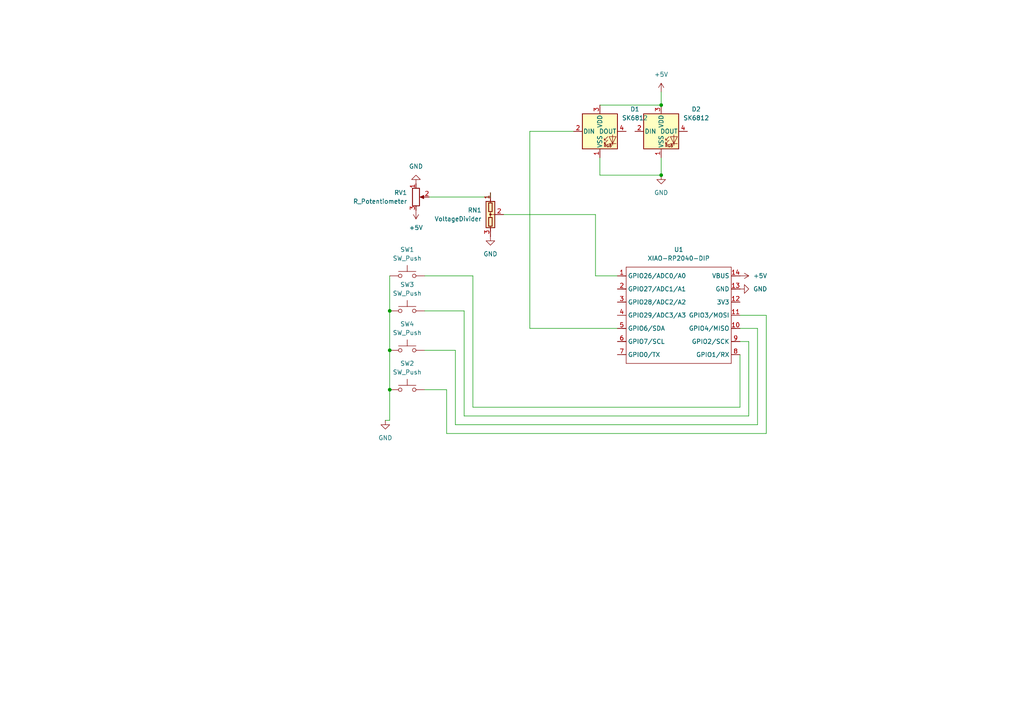
<source format=kicad_sch>
(kicad_sch
	(version 20250114)
	(generator "eeschema")
	(generator_version "9.0")
	(uuid "123f1300-b2f5-4174-9bb1-1b04623752ee")
	(paper "A4")
	(lib_symbols
		(symbol "Device:R_Potentiometer"
			(pin_names
				(offset 1.016)
				(hide yes)
			)
			(exclude_from_sim no)
			(in_bom yes)
			(on_board yes)
			(property "Reference" "RV"
				(at -4.445 0 90)
				(effects
					(font
						(size 1.27 1.27)
					)
				)
			)
			(property "Value" "R_Potentiometer"
				(at -2.54 0 90)
				(effects
					(font
						(size 1.27 1.27)
					)
				)
			)
			(property "Footprint" ""
				(at 0 0 0)
				(effects
					(font
						(size 1.27 1.27)
					)
					(hide yes)
				)
			)
			(property "Datasheet" "~"
				(at 0 0 0)
				(effects
					(font
						(size 1.27 1.27)
					)
					(hide yes)
				)
			)
			(property "Description" "Potentiometer"
				(at 0 0 0)
				(effects
					(font
						(size 1.27 1.27)
					)
					(hide yes)
				)
			)
			(property "ki_keywords" "resistor variable"
				(at 0 0 0)
				(effects
					(font
						(size 1.27 1.27)
					)
					(hide yes)
				)
			)
			(property "ki_fp_filters" "Potentiometer*"
				(at 0 0 0)
				(effects
					(font
						(size 1.27 1.27)
					)
					(hide yes)
				)
			)
			(symbol "R_Potentiometer_0_1"
				(rectangle
					(start 1.016 2.54)
					(end -1.016 -2.54)
					(stroke
						(width 0.254)
						(type default)
					)
					(fill
						(type none)
					)
				)
				(polyline
					(pts
						(xy 1.143 0) (xy 2.286 0.508) (xy 2.286 -0.508) (xy 1.143 0)
					)
					(stroke
						(width 0)
						(type default)
					)
					(fill
						(type outline)
					)
				)
				(polyline
					(pts
						(xy 2.54 0) (xy 1.524 0)
					)
					(stroke
						(width 0)
						(type default)
					)
					(fill
						(type none)
					)
				)
			)
			(symbol "R_Potentiometer_1_1"
				(pin passive line
					(at 0 3.81 270)
					(length 1.27)
					(name "1"
						(effects
							(font
								(size 1.27 1.27)
							)
						)
					)
					(number "1"
						(effects
							(font
								(size 1.27 1.27)
							)
						)
					)
				)
				(pin passive line
					(at 0 -3.81 90)
					(length 1.27)
					(name "3"
						(effects
							(font
								(size 1.27 1.27)
							)
						)
					)
					(number "3"
						(effects
							(font
								(size 1.27 1.27)
							)
						)
					)
				)
				(pin passive line
					(at 3.81 0 180)
					(length 1.27)
					(name "2"
						(effects
							(font
								(size 1.27 1.27)
							)
						)
					)
					(number "2"
						(effects
							(font
								(size 1.27 1.27)
							)
						)
					)
				)
			)
			(embedded_fonts no)
		)
		(symbol "Device:VoltageDivider"
			(pin_names
				(offset 0)
				(hide yes)
			)
			(exclude_from_sim no)
			(in_bom yes)
			(on_board yes)
			(property "Reference" "RN"
				(at -4.445 0 90)
				(effects
					(font
						(size 1.27 1.27)
					)
				)
			)
			(property "Value" "VoltageDivider"
				(at -2.54 0 90)
				(effects
					(font
						(size 1.27 1.27)
					)
				)
			)
			(property "Footprint" ""
				(at 12.065 0 90)
				(effects
					(font
						(size 1.27 1.27)
					)
					(hide yes)
				)
			)
			(property "Datasheet" "~"
				(at 5.08 0 0)
				(effects
					(font
						(size 1.27 1.27)
					)
					(hide yes)
				)
			)
			(property "Description" "Voltage divider"
				(at 0 0 0)
				(effects
					(font
						(size 1.27 1.27)
					)
					(hide yes)
				)
			)
			(property "ki_keywords" "R network voltage divider"
				(at 0 0 0)
				(effects
					(font
						(size 1.27 1.27)
					)
					(hide yes)
				)
			)
			(property "ki_fp_filters" "R?Array?SIP* SOT?23"
				(at 0 0 0)
				(effects
					(font
						(size 1.27 1.27)
					)
					(hide yes)
				)
			)
			(symbol "VoltageDivider_0_1"
				(rectangle
					(start -1.27 -3.81)
					(end 1.27 3.81)
					(stroke
						(width 0.254)
						(type default)
					)
					(fill
						(type background)
					)
				)
				(rectangle
					(start -0.508 3.3782)
					(end 0.508 0.8382)
					(stroke
						(width 0.254)
						(type default)
					)
					(fill
						(type none)
					)
				)
				(rectangle
					(start -0.508 -3.3782)
					(end 0.508 -0.8382)
					(stroke
						(width 0.254)
						(type default)
					)
					(fill
						(type none)
					)
				)
				(polyline
					(pts
						(xy 0 5.08) (xy 0 3.3782)
					)
					(stroke
						(width 0)
						(type default)
					)
					(fill
						(type none)
					)
				)
				(polyline
					(pts
						(xy 0 0.889) (xy 0 -0.889)
					)
					(stroke
						(width 0)
						(type default)
					)
					(fill
						(type none)
					)
				)
				(circle
					(center 0 0.0254)
					(radius 0.254)
					(stroke
						(width 0)
						(type default)
					)
					(fill
						(type outline)
					)
				)
				(polyline
					(pts
						(xy 0 -5.08) (xy 0 -3.429)
					)
					(stroke
						(width 0)
						(type default)
					)
					(fill
						(type none)
					)
				)
				(polyline
					(pts
						(xy 1.27 0) (xy 0 0)
					)
					(stroke
						(width 0)
						(type default)
					)
					(fill
						(type none)
					)
				)
			)
			(symbol "VoltageDivider_1_1"
				(pin passive line
					(at 0 6.35 270)
					(length 2.54)
					(name "~"
						(effects
							(font
								(size 1.27 1.27)
							)
						)
					)
					(number "1"
						(effects
							(font
								(size 1.27 1.27)
							)
						)
					)
				)
				(pin passive line
					(at 0 -6.35 90)
					(length 2.54)
					(name "~"
						(effects
							(font
								(size 1.27 1.27)
							)
						)
					)
					(number "3"
						(effects
							(font
								(size 1.27 1.27)
							)
						)
					)
				)
				(pin passive line
					(at 3.81 0 180)
					(length 2.54)
					(name "~"
						(effects
							(font
								(size 1.27 1.27)
							)
						)
					)
					(number "2"
						(effects
							(font
								(size 1.27 1.27)
							)
						)
					)
				)
			)
			(embedded_fonts no)
		)
		(symbol "LED:SK6812"
			(pin_names
				(offset 0.254)
			)
			(exclude_from_sim no)
			(in_bom yes)
			(on_board yes)
			(property "Reference" "D"
				(at 5.08 5.715 0)
				(effects
					(font
						(size 1.27 1.27)
					)
					(justify right bottom)
				)
			)
			(property "Value" "SK6812"
				(at 1.27 -5.715 0)
				(effects
					(font
						(size 1.27 1.27)
					)
					(justify left top)
				)
			)
			(property "Footprint" "LED_SMD:LED_SK6812_PLCC4_5.0x5.0mm_P3.2mm"
				(at 1.27 -7.62 0)
				(effects
					(font
						(size 1.27 1.27)
					)
					(justify left top)
					(hide yes)
				)
			)
			(property "Datasheet" "https://cdn-shop.adafruit.com/product-files/1138/SK6812+LED+datasheet+.pdf"
				(at 2.54 -9.525 0)
				(effects
					(font
						(size 1.27 1.27)
					)
					(justify left top)
					(hide yes)
				)
			)
			(property "Description" "RGB LED with integrated controller"
				(at 0 0 0)
				(effects
					(font
						(size 1.27 1.27)
					)
					(hide yes)
				)
			)
			(property "ki_keywords" "RGB LED NeoPixel addressable"
				(at 0 0 0)
				(effects
					(font
						(size 1.27 1.27)
					)
					(hide yes)
				)
			)
			(property "ki_fp_filters" "LED*SK6812*PLCC*5.0x5.0mm*P3.2mm*"
				(at 0 0 0)
				(effects
					(font
						(size 1.27 1.27)
					)
					(hide yes)
				)
			)
			(symbol "SK6812_0_0"
				(text "RGB"
					(at 2.286 -4.191 0)
					(effects
						(font
							(size 0.762 0.762)
						)
					)
				)
			)
			(symbol "SK6812_0_1"
				(polyline
					(pts
						(xy 1.27 -2.54) (xy 1.778 -2.54)
					)
					(stroke
						(width 0)
						(type default)
					)
					(fill
						(type none)
					)
				)
				(polyline
					(pts
						(xy 1.27 -3.556) (xy 1.778 -3.556)
					)
					(stroke
						(width 0)
						(type default)
					)
					(fill
						(type none)
					)
				)
				(polyline
					(pts
						(xy 2.286 -1.524) (xy 1.27 -2.54) (xy 1.27 -2.032)
					)
					(stroke
						(width 0)
						(type default)
					)
					(fill
						(type none)
					)
				)
				(polyline
					(pts
						(xy 2.286 -2.54) (xy 1.27 -3.556) (xy 1.27 -3.048)
					)
					(stroke
						(width 0)
						(type default)
					)
					(fill
						(type none)
					)
				)
				(polyline
					(pts
						(xy 3.683 -1.016) (xy 3.683 -3.556) (xy 3.683 -4.064)
					)
					(stroke
						(width 0)
						(type default)
					)
					(fill
						(type none)
					)
				)
				(polyline
					(pts
						(xy 4.699 -1.524) (xy 2.667 -1.524) (xy 3.683 -3.556) (xy 4.699 -1.524)
					)
					(stroke
						(width 0)
						(type default)
					)
					(fill
						(type none)
					)
				)
				(polyline
					(pts
						(xy 4.699 -3.556) (xy 2.667 -3.556)
					)
					(stroke
						(width 0)
						(type default)
					)
					(fill
						(type none)
					)
				)
				(rectangle
					(start 5.08 5.08)
					(end -5.08 -5.08)
					(stroke
						(width 0.254)
						(type default)
					)
					(fill
						(type background)
					)
				)
			)
			(symbol "SK6812_1_1"
				(pin input line
					(at -7.62 0 0)
					(length 2.54)
					(name "DIN"
						(effects
							(font
								(size 1.27 1.27)
							)
						)
					)
					(number "2"
						(effects
							(font
								(size 1.27 1.27)
							)
						)
					)
				)
				(pin power_in line
					(at 0 7.62 270)
					(length 2.54)
					(name "VDD"
						(effects
							(font
								(size 1.27 1.27)
							)
						)
					)
					(number "3"
						(effects
							(font
								(size 1.27 1.27)
							)
						)
					)
				)
				(pin power_in line
					(at 0 -7.62 90)
					(length 2.54)
					(name "VSS"
						(effects
							(font
								(size 1.27 1.27)
							)
						)
					)
					(number "1"
						(effects
							(font
								(size 1.27 1.27)
							)
						)
					)
				)
				(pin output line
					(at 7.62 0 180)
					(length 2.54)
					(name "DOUT"
						(effects
							(font
								(size 1.27 1.27)
							)
						)
					)
					(number "4"
						(effects
							(font
								(size 1.27 1.27)
							)
						)
					)
				)
			)
			(embedded_fonts no)
		)
		(symbol "Switch:SW_Push"
			(pin_numbers
				(hide yes)
			)
			(pin_names
				(offset 1.016)
				(hide yes)
			)
			(exclude_from_sim no)
			(in_bom yes)
			(on_board yes)
			(property "Reference" "SW"
				(at 1.27 2.54 0)
				(effects
					(font
						(size 1.27 1.27)
					)
					(justify left)
				)
			)
			(property "Value" "SW_Push"
				(at 0 -1.524 0)
				(effects
					(font
						(size 1.27 1.27)
					)
				)
			)
			(property "Footprint" ""
				(at 0 5.08 0)
				(effects
					(font
						(size 1.27 1.27)
					)
					(hide yes)
				)
			)
			(property "Datasheet" "~"
				(at 0 5.08 0)
				(effects
					(font
						(size 1.27 1.27)
					)
					(hide yes)
				)
			)
			(property "Description" "Push button switch, generic, two pins"
				(at 0 0 0)
				(effects
					(font
						(size 1.27 1.27)
					)
					(hide yes)
				)
			)
			(property "ki_keywords" "switch normally-open pushbutton push-button"
				(at 0 0 0)
				(effects
					(font
						(size 1.27 1.27)
					)
					(hide yes)
				)
			)
			(symbol "SW_Push_0_1"
				(circle
					(center -2.032 0)
					(radius 0.508)
					(stroke
						(width 0)
						(type default)
					)
					(fill
						(type none)
					)
				)
				(polyline
					(pts
						(xy 0 1.27) (xy 0 3.048)
					)
					(stroke
						(width 0)
						(type default)
					)
					(fill
						(type none)
					)
				)
				(circle
					(center 2.032 0)
					(radius 0.508)
					(stroke
						(width 0)
						(type default)
					)
					(fill
						(type none)
					)
				)
				(polyline
					(pts
						(xy 2.54 1.27) (xy -2.54 1.27)
					)
					(stroke
						(width 0)
						(type default)
					)
					(fill
						(type none)
					)
				)
				(pin passive line
					(at -5.08 0 0)
					(length 2.54)
					(name "1"
						(effects
							(font
								(size 1.27 1.27)
							)
						)
					)
					(number "1"
						(effects
							(font
								(size 1.27 1.27)
							)
						)
					)
				)
				(pin passive line
					(at 5.08 0 180)
					(length 2.54)
					(name "2"
						(effects
							(font
								(size 1.27 1.27)
							)
						)
					)
					(number "2"
						(effects
							(font
								(size 1.27 1.27)
							)
						)
					)
				)
			)
			(embedded_fonts no)
		)
		(symbol "Xiao:XIAO-RP2040-DIP"
			(exclude_from_sim no)
			(in_bom yes)
			(on_board yes)
			(property "Reference" "U"
				(at 0 0 0)
				(effects
					(font
						(size 1.27 1.27)
					)
				)
			)
			(property "Value" "XIAO-RP2040-DIP"
				(at 5.334 -1.778 0)
				(effects
					(font
						(size 1.27 1.27)
					)
				)
			)
			(property "Footprint" "Module:MOUDLE14P-XIAO-DIP-SMD"
				(at 14.478 -32.258 0)
				(effects
					(font
						(size 1.27 1.27)
					)
					(hide yes)
				)
			)
			(property "Datasheet" ""
				(at 0 0 0)
				(effects
					(font
						(size 1.27 1.27)
					)
					(hide yes)
				)
			)
			(property "Description" ""
				(at 0 0 0)
				(effects
					(font
						(size 1.27 1.27)
					)
					(hide yes)
				)
			)
			(symbol "XIAO-RP2040-DIP_1_0"
				(polyline
					(pts
						(xy -1.27 -2.54) (xy 29.21 -2.54)
					)
					(stroke
						(width 0.1524)
						(type solid)
					)
					(fill
						(type none)
					)
				)
				(polyline
					(pts
						(xy -1.27 -5.08) (xy -2.54 -5.08)
					)
					(stroke
						(width 0.1524)
						(type solid)
					)
					(fill
						(type none)
					)
				)
				(polyline
					(pts
						(xy -1.27 -5.08) (xy -1.27 -2.54)
					)
					(stroke
						(width 0.1524)
						(type solid)
					)
					(fill
						(type none)
					)
				)
				(polyline
					(pts
						(xy -1.27 -8.89) (xy -2.54 -8.89)
					)
					(stroke
						(width 0.1524)
						(type solid)
					)
					(fill
						(type none)
					)
				)
				(polyline
					(pts
						(xy -1.27 -8.89) (xy -1.27 -5.08)
					)
					(stroke
						(width 0.1524)
						(type solid)
					)
					(fill
						(type none)
					)
				)
				(polyline
					(pts
						(xy -1.27 -12.7) (xy -2.54 -12.7)
					)
					(stroke
						(width 0.1524)
						(type solid)
					)
					(fill
						(type none)
					)
				)
				(polyline
					(pts
						(xy -1.27 -12.7) (xy -1.27 -8.89)
					)
					(stroke
						(width 0.1524)
						(type solid)
					)
					(fill
						(type none)
					)
				)
				(polyline
					(pts
						(xy -1.27 -16.51) (xy -2.54 -16.51)
					)
					(stroke
						(width 0.1524)
						(type solid)
					)
					(fill
						(type none)
					)
				)
				(polyline
					(pts
						(xy -1.27 -16.51) (xy -1.27 -12.7)
					)
					(stroke
						(width 0.1524)
						(type solid)
					)
					(fill
						(type none)
					)
				)
				(polyline
					(pts
						(xy -1.27 -20.32) (xy -2.54 -20.32)
					)
					(stroke
						(width 0.1524)
						(type solid)
					)
					(fill
						(type none)
					)
				)
				(polyline
					(pts
						(xy -1.27 -24.13) (xy -2.54 -24.13)
					)
					(stroke
						(width 0.1524)
						(type solid)
					)
					(fill
						(type none)
					)
				)
				(polyline
					(pts
						(xy -1.27 -27.94) (xy -2.54 -27.94)
					)
					(stroke
						(width 0.1524)
						(type solid)
					)
					(fill
						(type none)
					)
				)
				(polyline
					(pts
						(xy -1.27 -30.48) (xy -1.27 -16.51)
					)
					(stroke
						(width 0.1524)
						(type solid)
					)
					(fill
						(type none)
					)
				)
				(polyline
					(pts
						(xy 29.21 -2.54) (xy 29.21 -5.08)
					)
					(stroke
						(width 0.1524)
						(type solid)
					)
					(fill
						(type none)
					)
				)
				(polyline
					(pts
						(xy 29.21 -5.08) (xy 29.21 -8.89)
					)
					(stroke
						(width 0.1524)
						(type solid)
					)
					(fill
						(type none)
					)
				)
				(polyline
					(pts
						(xy 29.21 -8.89) (xy 29.21 -12.7)
					)
					(stroke
						(width 0.1524)
						(type solid)
					)
					(fill
						(type none)
					)
				)
				(polyline
					(pts
						(xy 29.21 -12.7) (xy 29.21 -30.48)
					)
					(stroke
						(width 0.1524)
						(type solid)
					)
					(fill
						(type none)
					)
				)
				(polyline
					(pts
						(xy 29.21 -30.48) (xy -1.27 -30.48)
					)
					(stroke
						(width 0.1524)
						(type solid)
					)
					(fill
						(type none)
					)
				)
				(polyline
					(pts
						(xy 30.48 -5.08) (xy 29.21 -5.08)
					)
					(stroke
						(width 0.1524)
						(type solid)
					)
					(fill
						(type none)
					)
				)
				(polyline
					(pts
						(xy 30.48 -8.89) (xy 29.21 -8.89)
					)
					(stroke
						(width 0.1524)
						(type solid)
					)
					(fill
						(type none)
					)
				)
				(polyline
					(pts
						(xy 30.48 -12.7) (xy 29.21 -12.7)
					)
					(stroke
						(width 0.1524)
						(type solid)
					)
					(fill
						(type none)
					)
				)
				(polyline
					(pts
						(xy 30.48 -16.51) (xy 29.21 -16.51)
					)
					(stroke
						(width 0.1524)
						(type solid)
					)
					(fill
						(type none)
					)
				)
				(polyline
					(pts
						(xy 30.48 -20.32) (xy 29.21 -20.32)
					)
					(stroke
						(width 0.1524)
						(type solid)
					)
					(fill
						(type none)
					)
				)
				(polyline
					(pts
						(xy 30.48 -24.13) (xy 29.21 -24.13)
					)
					(stroke
						(width 0.1524)
						(type solid)
					)
					(fill
						(type none)
					)
				)
				(polyline
					(pts
						(xy 30.48 -27.94) (xy 29.21 -27.94)
					)
					(stroke
						(width 0.1524)
						(type solid)
					)
					(fill
						(type none)
					)
				)
				(pin passive line
					(at -3.81 -5.08 0)
					(length 2.54)
					(name "GPIO26/ADC0/A0"
						(effects
							(font
								(size 1.27 1.27)
							)
						)
					)
					(number "1"
						(effects
							(font
								(size 1.27 1.27)
							)
						)
					)
				)
				(pin passive line
					(at -3.81 -8.89 0)
					(length 2.54)
					(name "GPIO27/ADC1/A1"
						(effects
							(font
								(size 1.27 1.27)
							)
						)
					)
					(number "2"
						(effects
							(font
								(size 1.27 1.27)
							)
						)
					)
				)
				(pin passive line
					(at -3.81 -12.7 0)
					(length 2.54)
					(name "GPIO28/ADC2/A2"
						(effects
							(font
								(size 1.27 1.27)
							)
						)
					)
					(number "3"
						(effects
							(font
								(size 1.27 1.27)
							)
						)
					)
				)
				(pin passive line
					(at -3.81 -16.51 0)
					(length 2.54)
					(name "GPIO29/ADC3/A3"
						(effects
							(font
								(size 1.27 1.27)
							)
						)
					)
					(number "4"
						(effects
							(font
								(size 1.27 1.27)
							)
						)
					)
				)
				(pin passive line
					(at -3.81 -20.32 0)
					(length 2.54)
					(name "GPIO6/SDA"
						(effects
							(font
								(size 1.27 1.27)
							)
						)
					)
					(number "5"
						(effects
							(font
								(size 1.27 1.27)
							)
						)
					)
				)
				(pin passive line
					(at -3.81 -24.13 0)
					(length 2.54)
					(name "GPIO7/SCL"
						(effects
							(font
								(size 1.27 1.27)
							)
						)
					)
					(number "6"
						(effects
							(font
								(size 1.27 1.27)
							)
						)
					)
				)
				(pin passive line
					(at -3.81 -27.94 0)
					(length 2.54)
					(name "GPIO0/TX"
						(effects
							(font
								(size 1.27 1.27)
							)
						)
					)
					(number "7"
						(effects
							(font
								(size 1.27 1.27)
							)
						)
					)
				)
				(pin passive line
					(at 31.75 -5.08 180)
					(length 2.54)
					(name "VBUS"
						(effects
							(font
								(size 1.27 1.27)
							)
						)
					)
					(number "14"
						(effects
							(font
								(size 1.27 1.27)
							)
						)
					)
				)
				(pin passive line
					(at 31.75 -8.89 180)
					(length 2.54)
					(name "GND"
						(effects
							(font
								(size 1.27 1.27)
							)
						)
					)
					(number "13"
						(effects
							(font
								(size 1.27 1.27)
							)
						)
					)
				)
				(pin passive line
					(at 31.75 -12.7 180)
					(length 2.54)
					(name "3V3"
						(effects
							(font
								(size 1.27 1.27)
							)
						)
					)
					(number "12"
						(effects
							(font
								(size 1.27 1.27)
							)
						)
					)
				)
				(pin passive line
					(at 31.75 -16.51 180)
					(length 2.54)
					(name "GPIO3/MOSI"
						(effects
							(font
								(size 1.27 1.27)
							)
						)
					)
					(number "11"
						(effects
							(font
								(size 1.27 1.27)
							)
						)
					)
				)
				(pin passive line
					(at 31.75 -20.32 180)
					(length 2.54)
					(name "GPIO4/MISO"
						(effects
							(font
								(size 1.27 1.27)
							)
						)
					)
					(number "10"
						(effects
							(font
								(size 1.27 1.27)
							)
						)
					)
				)
				(pin passive line
					(at 31.75 -24.13 180)
					(length 2.54)
					(name "GPIO2/SCK"
						(effects
							(font
								(size 1.27 1.27)
							)
						)
					)
					(number "9"
						(effects
							(font
								(size 1.27 1.27)
							)
						)
					)
				)
				(pin passive line
					(at 31.75 -27.94 180)
					(length 2.54)
					(name "GPIO1/RX"
						(effects
							(font
								(size 1.27 1.27)
							)
						)
					)
					(number "8"
						(effects
							(font
								(size 1.27 1.27)
							)
						)
					)
				)
			)
			(embedded_fonts no)
		)
		(symbol "power:+5V"
			(power)
			(pin_numbers
				(hide yes)
			)
			(pin_names
				(offset 0)
				(hide yes)
			)
			(exclude_from_sim no)
			(in_bom yes)
			(on_board yes)
			(property "Reference" "#PWR"
				(at 0 -3.81 0)
				(effects
					(font
						(size 1.27 1.27)
					)
					(hide yes)
				)
			)
			(property "Value" "+5V"
				(at 0 3.556 0)
				(effects
					(font
						(size 1.27 1.27)
					)
				)
			)
			(property "Footprint" ""
				(at 0 0 0)
				(effects
					(font
						(size 1.27 1.27)
					)
					(hide yes)
				)
			)
			(property "Datasheet" ""
				(at 0 0 0)
				(effects
					(font
						(size 1.27 1.27)
					)
					(hide yes)
				)
			)
			(property "Description" "Power symbol creates a global label with name \"+5V\""
				(at 0 0 0)
				(effects
					(font
						(size 1.27 1.27)
					)
					(hide yes)
				)
			)
			(property "ki_keywords" "global power"
				(at 0 0 0)
				(effects
					(font
						(size 1.27 1.27)
					)
					(hide yes)
				)
			)
			(symbol "+5V_0_1"
				(polyline
					(pts
						(xy -0.762 1.27) (xy 0 2.54)
					)
					(stroke
						(width 0)
						(type default)
					)
					(fill
						(type none)
					)
				)
				(polyline
					(pts
						(xy 0 2.54) (xy 0.762 1.27)
					)
					(stroke
						(width 0)
						(type default)
					)
					(fill
						(type none)
					)
				)
				(polyline
					(pts
						(xy 0 0) (xy 0 2.54)
					)
					(stroke
						(width 0)
						(type default)
					)
					(fill
						(type none)
					)
				)
			)
			(symbol "+5V_1_1"
				(pin power_in line
					(at 0 0 90)
					(length 0)
					(name "~"
						(effects
							(font
								(size 1.27 1.27)
							)
						)
					)
					(number "1"
						(effects
							(font
								(size 1.27 1.27)
							)
						)
					)
				)
			)
			(embedded_fonts no)
		)
		(symbol "power:GND"
			(power)
			(pin_numbers
				(hide yes)
			)
			(pin_names
				(offset 0)
				(hide yes)
			)
			(exclude_from_sim no)
			(in_bom yes)
			(on_board yes)
			(property "Reference" "#PWR"
				(at 0 -6.35 0)
				(effects
					(font
						(size 1.27 1.27)
					)
					(hide yes)
				)
			)
			(property "Value" "GND"
				(at 0 -3.81 0)
				(effects
					(font
						(size 1.27 1.27)
					)
				)
			)
			(property "Footprint" ""
				(at 0 0 0)
				(effects
					(font
						(size 1.27 1.27)
					)
					(hide yes)
				)
			)
			(property "Datasheet" ""
				(at 0 0 0)
				(effects
					(font
						(size 1.27 1.27)
					)
					(hide yes)
				)
			)
			(property "Description" "Power symbol creates a global label with name \"GND\" , ground"
				(at 0 0 0)
				(effects
					(font
						(size 1.27 1.27)
					)
					(hide yes)
				)
			)
			(property "ki_keywords" "global power"
				(at 0 0 0)
				(effects
					(font
						(size 1.27 1.27)
					)
					(hide yes)
				)
			)
			(symbol "GND_0_1"
				(polyline
					(pts
						(xy 0 0) (xy 0 -1.27) (xy 1.27 -1.27) (xy 0 -2.54) (xy -1.27 -1.27) (xy 0 -1.27)
					)
					(stroke
						(width 0)
						(type default)
					)
					(fill
						(type none)
					)
				)
			)
			(symbol "GND_1_1"
				(pin power_in line
					(at 0 0 270)
					(length 0)
					(name "~"
						(effects
							(font
								(size 1.27 1.27)
							)
						)
					)
					(number "1"
						(effects
							(font
								(size 1.27 1.27)
							)
						)
					)
				)
			)
			(embedded_fonts no)
		)
	)
	(junction
		(at 113.03 113.03)
		(diameter 0)
		(color 0 0 0 0)
		(uuid "69be46f6-b0c8-4a60-b72e-e66305338818")
	)
	(junction
		(at 113.03 101.6)
		(diameter 0)
		(color 0 0 0 0)
		(uuid "752de2a3-2cd2-46bf-a4f0-9860472029d3")
	)
	(junction
		(at 191.77 30.48)
		(diameter 0)
		(color 0 0 0 0)
		(uuid "cf7c3bc7-b760-4962-a533-f66871e2be70")
	)
	(junction
		(at 191.77 50.8)
		(diameter 0)
		(color 0 0 0 0)
		(uuid "d100c8e2-d75e-43b9-978d-0c343501accd")
	)
	(junction
		(at 113.03 90.17)
		(diameter 0)
		(color 0 0 0 0)
		(uuid "f1a53ca9-f4bc-457d-b9c9-d56c09e0ca92")
	)
	(wire
		(pts
			(xy 219.71 95.25) (xy 219.71 123.19)
		)
		(stroke
			(width 0)
			(type default)
		)
		(uuid "0c24408e-da95-419e-af37-93594d333a14")
	)
	(wire
		(pts
			(xy 113.03 121.92) (xy 111.76 121.92)
		)
		(stroke
			(width 0)
			(type default)
		)
		(uuid "17419a2c-5998-4557-9a05-c331d4b39dec")
	)
	(wire
		(pts
			(xy 222.25 91.44) (xy 214.63 91.44)
		)
		(stroke
			(width 0)
			(type default)
		)
		(uuid "18fd4322-6abe-4df4-9344-7e3e2ddeda56")
	)
	(wire
		(pts
			(xy 191.77 50.8) (xy 191.77 45.72)
		)
		(stroke
			(width 0)
			(type default)
		)
		(uuid "1b33c3a8-336d-4c3a-918d-bdf8f7b24761")
	)
	(wire
		(pts
			(xy 153.67 95.25) (xy 179.07 95.25)
		)
		(stroke
			(width 0)
			(type default)
		)
		(uuid "1f49e6e9-2331-41b5-8028-8049ed8c0c12")
	)
	(wire
		(pts
			(xy 132.08 101.6) (xy 123.19 101.6)
		)
		(stroke
			(width 0)
			(type default)
		)
		(uuid "22fd638b-485e-46c7-b990-868cd936639e")
	)
	(wire
		(pts
			(xy 137.16 80.01) (xy 123.19 80.01)
		)
		(stroke
			(width 0)
			(type default)
		)
		(uuid "271c6a87-355d-464c-b734-0d7c73fadc55")
	)
	(wire
		(pts
			(xy 214.63 95.25) (xy 219.71 95.25)
		)
		(stroke
			(width 0)
			(type default)
		)
		(uuid "272d91c5-a550-449e-a4f9-f0a2acc31ecd")
	)
	(wire
		(pts
			(xy 129.54 113.03) (xy 129.54 125.73)
		)
		(stroke
			(width 0)
			(type default)
		)
		(uuid "31be81da-bfa5-4146-b0d2-ccc3fa8ecb09")
	)
	(wire
		(pts
			(xy 113.03 80.01) (xy 113.03 90.17)
		)
		(stroke
			(width 0)
			(type default)
		)
		(uuid "34f343d2-511a-4774-b76d-20b2f0fbe728")
	)
	(wire
		(pts
			(xy 113.03 113.03) (xy 113.03 121.92)
		)
		(stroke
			(width 0)
			(type default)
		)
		(uuid "4351be21-3789-4eca-af1a-0d8e0de59711")
	)
	(wire
		(pts
			(xy 172.72 80.01) (xy 179.07 80.01)
		)
		(stroke
			(width 0)
			(type default)
		)
		(uuid "4902b54c-3b1a-45a5-ab5c-860cc0000a68")
	)
	(wire
		(pts
			(xy 132.08 123.19) (xy 132.08 101.6)
		)
		(stroke
			(width 0)
			(type default)
		)
		(uuid "4ccda97d-faa0-4f88-89f6-af5e5bb56f62")
	)
	(wire
		(pts
			(xy 173.99 45.72) (xy 173.99 50.8)
		)
		(stroke
			(width 0)
			(type default)
		)
		(uuid "5375dce2-2453-4e92-8a42-46bb94583ca6")
	)
	(wire
		(pts
			(xy 173.99 30.48) (xy 191.77 30.48)
		)
		(stroke
			(width 0)
			(type default)
		)
		(uuid "6cdd24dc-6316-4d00-82d3-3c1071a17f38")
	)
	(wire
		(pts
			(xy 146.05 62.23) (xy 172.72 62.23)
		)
		(stroke
			(width 0)
			(type default)
		)
		(uuid "6d735dcf-bfcd-4ef4-a3fc-a700b10fc192")
	)
	(wire
		(pts
			(xy 172.72 62.23) (xy 172.72 80.01)
		)
		(stroke
			(width 0)
			(type default)
		)
		(uuid "798cb89d-b278-4ade-9ced-df9dd417faff")
	)
	(wire
		(pts
			(xy 217.17 99.06) (xy 217.17 120.65)
		)
		(stroke
			(width 0)
			(type default)
		)
		(uuid "7a2c5dbf-efbf-4b7f-af6e-40fac2bd8bd3")
	)
	(wire
		(pts
			(xy 191.77 26.67) (xy 191.77 30.48)
		)
		(stroke
			(width 0)
			(type default)
		)
		(uuid "7d29ac88-a227-4389-b71b-cf4ea7cacbdc")
	)
	(wire
		(pts
			(xy 137.16 118.11) (xy 137.16 80.01)
		)
		(stroke
			(width 0)
			(type default)
		)
		(uuid "81569242-49b5-4863-a49f-cc7ab53eb336")
	)
	(wire
		(pts
			(xy 214.63 118.11) (xy 137.16 118.11)
		)
		(stroke
			(width 0)
			(type default)
		)
		(uuid "8cc8d882-be65-4e50-98fb-3cd1508240aa")
	)
	(wire
		(pts
			(xy 134.62 120.65) (xy 134.62 90.17)
		)
		(stroke
			(width 0)
			(type default)
		)
		(uuid "96309cd0-71f6-4531-ad3b-18664f143f4d")
	)
	(wire
		(pts
			(xy 173.99 50.8) (xy 191.77 50.8)
		)
		(stroke
			(width 0)
			(type default)
		)
		(uuid "99a35801-79dc-4aef-ba2e-d065c795852a")
	)
	(wire
		(pts
			(xy 222.25 125.73) (xy 222.25 91.44)
		)
		(stroke
			(width 0)
			(type default)
		)
		(uuid "9deee1a8-1315-40b4-99df-3fb32c4d6017")
	)
	(wire
		(pts
			(xy 166.37 38.1) (xy 153.67 38.1)
		)
		(stroke
			(width 0)
			(type default)
		)
		(uuid "9fb3de17-e80c-458d-99dc-268e81431f62")
	)
	(wire
		(pts
			(xy 123.19 113.03) (xy 129.54 113.03)
		)
		(stroke
			(width 0)
			(type default)
		)
		(uuid "a4ee4e38-4f29-4b0c-bbfd-be5b72f4ceb1")
	)
	(wire
		(pts
			(xy 134.62 90.17) (xy 123.19 90.17)
		)
		(stroke
			(width 0)
			(type default)
		)
		(uuid "ac02a1bb-2ac5-4f61-8b99-2089da491819")
	)
	(wire
		(pts
			(xy 219.71 123.19) (xy 132.08 123.19)
		)
		(stroke
			(width 0)
			(type default)
		)
		(uuid "b8237496-a5b8-48fe-9bfd-b480ea234fdc")
	)
	(wire
		(pts
			(xy 113.03 101.6) (xy 113.03 113.03)
		)
		(stroke
			(width 0)
			(type default)
		)
		(uuid "c21d56e3-d4d8-48f1-9e48-64c596d46dbd")
	)
	(wire
		(pts
			(xy 217.17 120.65) (xy 134.62 120.65)
		)
		(stroke
			(width 0)
			(type default)
		)
		(uuid "c5b2e5ed-de28-48fc-bc81-8a6481fce547")
	)
	(wire
		(pts
			(xy 214.63 99.06) (xy 217.17 99.06)
		)
		(stroke
			(width 0)
			(type default)
		)
		(uuid "c8241648-c7d0-41fd-961a-96d3f3cc87f7")
	)
	(wire
		(pts
			(xy 124.46 57.15) (xy 142.24 57.15)
		)
		(stroke
			(width 0)
			(type default)
		)
		(uuid "c85dc40f-12ea-47ab-9971-f414550fb94b")
	)
	(wire
		(pts
			(xy 129.54 125.73) (xy 222.25 125.73)
		)
		(stroke
			(width 0)
			(type default)
		)
		(uuid "ca1573b5-e05e-44ac-a1bf-79e3062d8f8b")
	)
	(wire
		(pts
			(xy 153.67 38.1) (xy 153.67 95.25)
		)
		(stroke
			(width 0)
			(type default)
		)
		(uuid "ef3b08cc-73b8-4dd1-b31f-338d7a644fc8")
	)
	(wire
		(pts
			(xy 214.63 102.87) (xy 214.63 118.11)
		)
		(stroke
			(width 0)
			(type default)
		)
		(uuid "f7461cef-05b6-4a83-b920-ff0bfea1c1b7")
	)
	(wire
		(pts
			(xy 113.03 90.17) (xy 113.03 101.6)
		)
		(stroke
			(width 0)
			(type default)
		)
		(uuid "fc312c5d-a7dc-4bd0-88b6-55b3cc637912")
	)
	(wire
		(pts
			(xy 142.24 57.15) (xy 142.24 55.88)
		)
		(stroke
			(width 0)
			(type default)
		)
		(uuid "fded8282-674a-4128-a0c1-3b6b38bb235b")
	)
	(symbol
		(lib_id "power:+5V")
		(at 214.63 80.01 270)
		(unit 1)
		(exclude_from_sim no)
		(in_bom yes)
		(on_board yes)
		(dnp no)
		(fields_autoplaced yes)
		(uuid "14f99d67-6c88-4b39-ba81-96e2b7b92845")
		(property "Reference" "#PWR02"
			(at 210.82 80.01 0)
			(effects
				(font
					(size 1.27 1.27)
				)
				(hide yes)
			)
		)
		(property "Value" "+5V"
			(at 218.44 80.0099 90)
			(effects
				(font
					(size 1.27 1.27)
				)
				(justify left)
			)
		)
		(property "Footprint" ""
			(at 214.63 80.01 0)
			(effects
				(font
					(size 1.27 1.27)
				)
				(hide yes)
			)
		)
		(property "Datasheet" ""
			(at 214.63 80.01 0)
			(effects
				(font
					(size 1.27 1.27)
				)
				(hide yes)
			)
		)
		(property "Description" "Power symbol creates a global label with name \"+5V\""
			(at 214.63 80.01 0)
			(effects
				(font
					(size 1.27 1.27)
				)
				(hide yes)
			)
		)
		(pin "1"
			(uuid "616be2ce-b26e-4842-bbde-3ab07d314801")
		)
		(instances
			(project ""
				(path "/123f1300-b2f5-4174-9bb1-1b04623752ee"
					(reference "#PWR02")
					(unit 1)
				)
			)
		)
	)
	(symbol
		(lib_id "power:GND")
		(at 142.24 68.58 0)
		(unit 1)
		(exclude_from_sim no)
		(in_bom yes)
		(on_board yes)
		(dnp no)
		(fields_autoplaced yes)
		(uuid "1a5da140-11f1-46c4-8bc3-c22a0b6834dd")
		(property "Reference" "#PWR08"
			(at 142.24 74.93 0)
			(effects
				(font
					(size 1.27 1.27)
				)
				(hide yes)
			)
		)
		(property "Value" "GND"
			(at 142.24 73.66 0)
			(effects
				(font
					(size 1.27 1.27)
				)
			)
		)
		(property "Footprint" ""
			(at 142.24 68.58 0)
			(effects
				(font
					(size 1.27 1.27)
				)
				(hide yes)
			)
		)
		(property "Datasheet" ""
			(at 142.24 68.58 0)
			(effects
				(font
					(size 1.27 1.27)
				)
				(hide yes)
			)
		)
		(property "Description" "Power symbol creates a global label with name \"GND\" , ground"
			(at 142.24 68.58 0)
			(effects
				(font
					(size 1.27 1.27)
				)
				(hide yes)
			)
		)
		(pin "1"
			(uuid "80eeeedb-74b1-4c88-ac99-e30eb5cbcd42")
		)
		(instances
			(project ""
				(path "/123f1300-b2f5-4174-9bb1-1b04623752ee"
					(reference "#PWR08")
					(unit 1)
				)
			)
		)
	)
	(symbol
		(lib_id "Xiao:XIAO-RP2040-DIP")
		(at 182.88 74.93 0)
		(unit 1)
		(exclude_from_sim no)
		(in_bom yes)
		(on_board yes)
		(dnp no)
		(fields_autoplaced yes)
		(uuid "32ee959c-67d1-4f1f-a774-d0b9d4f40ab3")
		(property "Reference" "U1"
			(at 196.85 72.39 0)
			(effects
				(font
					(size 1.27 1.27)
				)
			)
		)
		(property "Value" "XIAO-RP2040-DIP"
			(at 196.85 74.93 0)
			(effects
				(font
					(size 1.27 1.27)
				)
			)
		)
		(property "Footprint" "OPL lib:XIAO-RP2040-DIP"
			(at 197.358 107.188 0)
			(effects
				(font
					(size 1.27 1.27)
				)
				(hide yes)
			)
		)
		(property "Datasheet" ""
			(at 182.88 74.93 0)
			(effects
				(font
					(size 1.27 1.27)
				)
				(hide yes)
			)
		)
		(property "Description" ""
			(at 182.88 74.93 0)
			(effects
				(font
					(size 1.27 1.27)
				)
				(hide yes)
			)
		)
		(pin "11"
			(uuid "519c97fe-53fe-4697-96c5-bc02a46fbcd2")
		)
		(pin "4"
			(uuid "ab96cf02-3ddf-4008-8edb-7bc453552aef")
		)
		(pin "12"
			(uuid "cf5ef061-35e4-46b6-b16d-32b9d499aa39")
		)
		(pin "2"
			(uuid "195e6559-4aca-4b89-b9ea-4759b33eb1e8")
		)
		(pin "3"
			(uuid "ba2923b5-e69d-4379-bf18-7cbbedd7b0ea")
		)
		(pin "1"
			(uuid "96685ca4-7642-42aa-83e5-33c271c537de")
		)
		(pin "6"
			(uuid "abbfddb0-2211-45cc-ab83-bd099a0bc070")
		)
		(pin "14"
			(uuid "d56557c9-520c-4e5d-a9b0-f799ace2107b")
		)
		(pin "7"
			(uuid "22ed8976-e67a-4996-aebb-4b9ed0a76ca7")
		)
		(pin "5"
			(uuid "1ec20e2a-06aa-46fa-b8a5-5689bf543821")
		)
		(pin "13"
			(uuid "b36de654-f8da-45b7-95e3-7751b5b84108")
		)
		(pin "10"
			(uuid "7c7a5104-722c-4e6b-8c44-f87925a94b79")
		)
		(pin "8"
			(uuid "e93ccf49-8fcc-4f39-afec-4e2fc98a3643")
		)
		(pin "9"
			(uuid "235cd684-716b-419b-9092-7da490860b5c")
		)
		(instances
			(project ""
				(path "/123f1300-b2f5-4174-9bb1-1b04623752ee"
					(reference "U1")
					(unit 1)
				)
			)
		)
	)
	(symbol
		(lib_id "power:GND")
		(at 111.76 121.92 0)
		(unit 1)
		(exclude_from_sim no)
		(in_bom yes)
		(on_board yes)
		(dnp no)
		(fields_autoplaced yes)
		(uuid "4037dcf4-7eaa-4f8a-b12e-8c66d62ee1d3")
		(property "Reference" "#PWR04"
			(at 111.76 128.27 0)
			(effects
				(font
					(size 1.27 1.27)
				)
				(hide yes)
			)
		)
		(property "Value" "GND"
			(at 111.76 127 0)
			(effects
				(font
					(size 1.27 1.27)
				)
			)
		)
		(property "Footprint" ""
			(at 111.76 121.92 0)
			(effects
				(font
					(size 1.27 1.27)
				)
				(hide yes)
			)
		)
		(property "Datasheet" ""
			(at 111.76 121.92 0)
			(effects
				(font
					(size 1.27 1.27)
				)
				(hide yes)
			)
		)
		(property "Description" "Power symbol creates a global label with name \"GND\" , ground"
			(at 111.76 121.92 0)
			(effects
				(font
					(size 1.27 1.27)
				)
				(hide yes)
			)
		)
		(pin "1"
			(uuid "aa962c7c-6c20-4f22-846e-90e83efb5bbd")
		)
		(instances
			(project ""
				(path "/123f1300-b2f5-4174-9bb1-1b04623752ee"
					(reference "#PWR04")
					(unit 1)
				)
			)
		)
	)
	(symbol
		(lib_id "LED:SK6812")
		(at 173.99 38.1 0)
		(unit 1)
		(exclude_from_sim no)
		(in_bom yes)
		(on_board yes)
		(dnp no)
		(uuid "6f64c93a-4111-492f-9b00-1e4e7cc07fe7")
		(property "Reference" "D1"
			(at 184.15 31.6798 0)
			(effects
				(font
					(size 1.27 1.27)
				)
			)
		)
		(property "Value" "SK6812"
			(at 184.15 34.2198 0)
			(effects
				(font
					(size 1.27 1.27)
				)
			)
		)
		(property "Footprint" "LED_SMD:LED_SK6812MINI_PLCC4_3.5x3.5mm_P1.75mm"
			(at 175.26 45.72 0)
			(effects
				(font
					(size 1.27 1.27)
				)
				(justify left top)
				(hide yes)
			)
		)
		(property "Datasheet" "https://cdn-shop.adafruit.com/product-files/1138/SK6812+LED+datasheet+.pdf"
			(at 176.53 47.625 0)
			(effects
				(font
					(size 1.27 1.27)
				)
				(justify left top)
				(hide yes)
			)
		)
		(property "Description" "RGB LED with integrated controller"
			(at 173.99 38.1 0)
			(effects
				(font
					(size 1.27 1.27)
				)
				(hide yes)
			)
		)
		(pin "1"
			(uuid "5b8a490a-6326-4d2b-8ded-aa821ef59afe")
		)
		(pin "2"
			(uuid "b225b832-a599-45c4-8c62-3a1f746098b0")
		)
		(pin "3"
			(uuid "43e32d10-3433-420b-80f5-4e9fb4988eea")
		)
		(pin "4"
			(uuid "1a1cefcc-58a3-4cf5-a0a1-2eab13b15cf1")
		)
		(instances
			(project ""
				(path "/123f1300-b2f5-4174-9bb1-1b04623752ee"
					(reference "D1")
					(unit 1)
				)
			)
		)
	)
	(symbol
		(lib_id "power:GND")
		(at 214.63 83.82 90)
		(unit 1)
		(exclude_from_sim no)
		(in_bom yes)
		(on_board yes)
		(dnp no)
		(fields_autoplaced yes)
		(uuid "700aa7ac-0baa-4e65-bc28-da976de5a6f9")
		(property "Reference" "#PWR01"
			(at 220.98 83.82 0)
			(effects
				(font
					(size 1.27 1.27)
				)
				(hide yes)
			)
		)
		(property "Value" "GND"
			(at 218.44 83.8199 90)
			(effects
				(font
					(size 1.27 1.27)
				)
				(justify right)
			)
		)
		(property "Footprint" ""
			(at 214.63 83.82 0)
			(effects
				(font
					(size 1.27 1.27)
				)
				(hide yes)
			)
		)
		(property "Datasheet" ""
			(at 214.63 83.82 0)
			(effects
				(font
					(size 1.27 1.27)
				)
				(hide yes)
			)
		)
		(property "Description" "Power symbol creates a global label with name \"GND\" , ground"
			(at 214.63 83.82 0)
			(effects
				(font
					(size 1.27 1.27)
				)
				(hide yes)
			)
		)
		(pin "1"
			(uuid "882d3090-5c86-4485-a155-e4f7cd5d7af4")
		)
		(instances
			(project ""
				(path "/123f1300-b2f5-4174-9bb1-1b04623752ee"
					(reference "#PWR01")
					(unit 1)
				)
			)
		)
	)
	(symbol
		(lib_id "Device:VoltageDivider")
		(at 142.24 62.23 0)
		(unit 1)
		(exclude_from_sim no)
		(in_bom yes)
		(on_board yes)
		(dnp no)
		(fields_autoplaced yes)
		(uuid "7cbb4428-3b70-4160-9da3-0967d1e6b608")
		(property "Reference" "RN1"
			(at 139.7 60.9599 0)
			(effects
				(font
					(size 1.27 1.27)
				)
				(justify right)
			)
		)
		(property "Value" "VoltageDivider"
			(at 139.7 63.4999 0)
			(effects
				(font
					(size 1.27 1.27)
				)
				(justify right)
			)
		)
		(property "Footprint" "Package_DIP:Vishay_HVM-DIP-3_W7.62mm"
			(at 154.305 62.23 90)
			(effects
				(font
					(size 1.27 1.27)
				)
				(hide yes)
			)
		)
		(property "Datasheet" "~"
			(at 147.32 62.23 0)
			(effects
				(font
					(size 1.27 1.27)
				)
				(hide yes)
			)
		)
		(property "Description" "Voltage divider"
			(at 142.24 62.23 0)
			(effects
				(font
					(size 1.27 1.27)
				)
				(hide yes)
			)
		)
		(pin "1"
			(uuid "bcdc897a-3ada-4403-b8c1-e5e9bcbb4a3b")
		)
		(pin "2"
			(uuid "483fa925-153e-4d2d-9045-4b39820ca449")
		)
		(pin "3"
			(uuid "5b0f994c-3a3f-4f0d-bbba-618f1b8da903")
		)
		(instances
			(project ""
				(path "/123f1300-b2f5-4174-9bb1-1b04623752ee"
					(reference "RN1")
					(unit 1)
				)
			)
		)
	)
	(symbol
		(lib_id "power:+5V")
		(at 191.77 26.67 0)
		(unit 1)
		(exclude_from_sim no)
		(in_bom yes)
		(on_board yes)
		(dnp no)
		(fields_autoplaced yes)
		(uuid "878d52d8-6717-43ba-8ecd-5b14b5e37b14")
		(property "Reference" "#PWR03"
			(at 191.77 30.48 0)
			(effects
				(font
					(size 1.27 1.27)
				)
				(hide yes)
			)
		)
		(property "Value" "+5V"
			(at 191.77 21.59 0)
			(effects
				(font
					(size 1.27 1.27)
				)
			)
		)
		(property "Footprint" ""
			(at 191.77 26.67 0)
			(effects
				(font
					(size 1.27 1.27)
				)
				(hide yes)
			)
		)
		(property "Datasheet" ""
			(at 191.77 26.67 0)
			(effects
				(font
					(size 1.27 1.27)
				)
				(hide yes)
			)
		)
		(property "Description" "Power symbol creates a global label with name \"+5V\""
			(at 191.77 26.67 0)
			(effects
				(font
					(size 1.27 1.27)
				)
				(hide yes)
			)
		)
		(pin "1"
			(uuid "d7454b36-047b-4082-8acf-c134e3b0bf67")
		)
		(instances
			(project ""
				(path "/123f1300-b2f5-4174-9bb1-1b04623752ee"
					(reference "#PWR03")
					(unit 1)
				)
			)
		)
	)
	(symbol
		(lib_id "power:GND")
		(at 120.65 53.34 180)
		(unit 1)
		(exclude_from_sim no)
		(in_bom yes)
		(on_board yes)
		(dnp no)
		(fields_autoplaced yes)
		(uuid "896eb9e2-95a3-4765-9029-7ea04491b11b")
		(property "Reference" "#PWR06"
			(at 120.65 46.99 0)
			(effects
				(font
					(size 1.27 1.27)
				)
				(hide yes)
			)
		)
		(property "Value" "GND"
			(at 120.65 48.26 0)
			(effects
				(font
					(size 1.27 1.27)
				)
			)
		)
		(property "Footprint" ""
			(at 120.65 53.34 0)
			(effects
				(font
					(size 1.27 1.27)
				)
				(hide yes)
			)
		)
		(property "Datasheet" ""
			(at 120.65 53.34 0)
			(effects
				(font
					(size 1.27 1.27)
				)
				(hide yes)
			)
		)
		(property "Description" "Power symbol creates a global label with name \"GND\" , ground"
			(at 120.65 53.34 0)
			(effects
				(font
					(size 1.27 1.27)
				)
				(hide yes)
			)
		)
		(pin "1"
			(uuid "6ca44ab9-51e0-42bf-a784-3bd65072c015")
		)
		(instances
			(project ""
				(path "/123f1300-b2f5-4174-9bb1-1b04623752ee"
					(reference "#PWR06")
					(unit 1)
				)
			)
		)
	)
	(symbol
		(lib_id "LED:SK6812")
		(at 191.77 38.1 0)
		(unit 1)
		(exclude_from_sim no)
		(in_bom yes)
		(on_board yes)
		(dnp no)
		(uuid "9bb149dc-59d0-4aac-9038-14c50857c726")
		(property "Reference" "D2"
			(at 201.93 31.6798 0)
			(effects
				(font
					(size 1.27 1.27)
				)
			)
		)
		(property "Value" "SK6812"
			(at 201.93 34.2198 0)
			(effects
				(font
					(size 1.27 1.27)
				)
			)
		)
		(property "Footprint" "LED_SMD:LED_SK6812MINI_PLCC4_3.5x3.5mm_P1.75mm"
			(at 193.04 45.72 0)
			(effects
				(font
					(size 1.27 1.27)
				)
				(justify left top)
				(hide yes)
			)
		)
		(property "Datasheet" "https://cdn-shop.adafruit.com/product-files/1138/SK6812+LED+datasheet+.pdf"
			(at 194.31 47.625 0)
			(effects
				(font
					(size 1.27 1.27)
				)
				(justify left top)
				(hide yes)
			)
		)
		(property "Description" "RGB LED with integrated controller"
			(at 191.77 38.1 0)
			(effects
				(font
					(size 1.27 1.27)
				)
				(hide yes)
			)
		)
		(pin "1"
			(uuid "57c0bd19-7eac-4d0d-b7f3-6b91ad5957c9")
		)
		(pin "2"
			(uuid "aac7bb63-efcd-4565-9634-97a4546d26ce")
		)
		(pin "3"
			(uuid "aab26a49-0a06-409c-9b95-9ac30dc3e83f")
		)
		(pin "4"
			(uuid "7723ca81-8e0a-4f71-a1ae-d270f2976dec")
		)
		(instances
			(project "Antilonio's HackBoard"
				(path "/123f1300-b2f5-4174-9bb1-1b04623752ee"
					(reference "D2")
					(unit 1)
				)
			)
		)
	)
	(symbol
		(lib_id "Switch:SW_Push")
		(at 118.11 90.17 0)
		(unit 1)
		(exclude_from_sim no)
		(in_bom yes)
		(on_board yes)
		(dnp no)
		(fields_autoplaced yes)
		(uuid "a29ae070-0a97-4192-a464-80feedbbd2e4")
		(property "Reference" "SW3"
			(at 118.11 82.55 0)
			(effects
				(font
					(size 1.27 1.27)
				)
			)
		)
		(property "Value" "SW_Push"
			(at 118.11 85.09 0)
			(effects
				(font
					(size 1.27 1.27)
				)
			)
		)
		(property "Footprint" "Button_Switch_Keyboard:SW_Cherry_MX_1.00u_PCB"
			(at 118.11 85.09 0)
			(effects
				(font
					(size 1.27 1.27)
				)
				(hide yes)
			)
		)
		(property "Datasheet" "~"
			(at 118.11 85.09 0)
			(effects
				(font
					(size 1.27 1.27)
				)
				(hide yes)
			)
		)
		(property "Description" "Push button switch, generic, two pins"
			(at 118.11 90.17 0)
			(effects
				(font
					(size 1.27 1.27)
				)
				(hide yes)
			)
		)
		(pin "1"
			(uuid "3a26ae5c-9fc1-4eac-bdf8-eb3cc064fceb")
		)
		(pin "2"
			(uuid "5c9ad593-71d7-489f-bb57-f950982f6925")
		)
		(instances
			(project "Antilonio's HackBoard"
				(path "/123f1300-b2f5-4174-9bb1-1b04623752ee"
					(reference "SW3")
					(unit 1)
				)
			)
		)
	)
	(symbol
		(lib_id "Switch:SW_Push")
		(at 118.11 113.03 0)
		(unit 1)
		(exclude_from_sim no)
		(in_bom yes)
		(on_board yes)
		(dnp no)
		(fields_autoplaced yes)
		(uuid "acd3a774-3b1c-4a21-b6c1-945c5549aefa")
		(property "Reference" "SW2"
			(at 118.11 105.41 0)
			(effects
				(font
					(size 1.27 1.27)
				)
			)
		)
		(property "Value" "SW_Push"
			(at 118.11 107.95 0)
			(effects
				(font
					(size 1.27 1.27)
				)
			)
		)
		(property "Footprint" "Button_Switch_Keyboard:SW_Cherry_MX_1.00u_PCB"
			(at 118.11 107.95 0)
			(effects
				(font
					(size 1.27 1.27)
				)
				(hide yes)
			)
		)
		(property "Datasheet" "~"
			(at 118.11 107.95 0)
			(effects
				(font
					(size 1.27 1.27)
				)
				(hide yes)
			)
		)
		(property "Description" "Push button switch, generic, two pins"
			(at 118.11 113.03 0)
			(effects
				(font
					(size 1.27 1.27)
				)
				(hide yes)
			)
		)
		(pin "1"
			(uuid "fb6662d2-d217-4293-a2a2-6586d47ce56e")
		)
		(pin "2"
			(uuid "b5e871f7-884d-4e34-9dd0-4ccd3305d0b7")
		)
		(instances
			(project "Antilonio's HackBoard"
				(path "/123f1300-b2f5-4174-9bb1-1b04623752ee"
					(reference "SW2")
					(unit 1)
				)
			)
		)
	)
	(symbol
		(lib_id "power:GND")
		(at 191.77 50.8 0)
		(unit 1)
		(exclude_from_sim no)
		(in_bom yes)
		(on_board yes)
		(dnp no)
		(fields_autoplaced yes)
		(uuid "b5713b38-8683-4c2c-b1a0-280ce13e76f8")
		(property "Reference" "#PWR05"
			(at 191.77 57.15 0)
			(effects
				(font
					(size 1.27 1.27)
				)
				(hide yes)
			)
		)
		(property "Value" "GND"
			(at 191.77 55.88 0)
			(effects
				(font
					(size 1.27 1.27)
				)
			)
		)
		(property "Footprint" ""
			(at 191.77 50.8 0)
			(effects
				(font
					(size 1.27 1.27)
				)
				(hide yes)
			)
		)
		(property "Datasheet" ""
			(at 191.77 50.8 0)
			(effects
				(font
					(size 1.27 1.27)
				)
				(hide yes)
			)
		)
		(property "Description" "Power symbol creates a global label with name \"GND\" , ground"
			(at 191.77 50.8 0)
			(effects
				(font
					(size 1.27 1.27)
				)
				(hide yes)
			)
		)
		(pin "1"
			(uuid "f88af678-b840-45ed-b08d-7464fa571356")
		)
		(instances
			(project ""
				(path "/123f1300-b2f5-4174-9bb1-1b04623752ee"
					(reference "#PWR05")
					(unit 1)
				)
			)
		)
	)
	(symbol
		(lib_id "Switch:SW_Push")
		(at 118.11 101.6 0)
		(unit 1)
		(exclude_from_sim no)
		(in_bom yes)
		(on_board yes)
		(dnp no)
		(fields_autoplaced yes)
		(uuid "cc1970cd-2e44-4a53-a6cd-8537c9bda9f3")
		(property "Reference" "SW4"
			(at 118.11 93.98 0)
			(effects
				(font
					(size 1.27 1.27)
				)
			)
		)
		(property "Value" "SW_Push"
			(at 118.11 96.52 0)
			(effects
				(font
					(size 1.27 1.27)
				)
			)
		)
		(property "Footprint" "Button_Switch_Keyboard:SW_Cherry_MX_1.00u_PCB"
			(at 118.11 96.52 0)
			(effects
				(font
					(size 1.27 1.27)
				)
				(hide yes)
			)
		)
		(property "Datasheet" "~"
			(at 118.11 96.52 0)
			(effects
				(font
					(size 1.27 1.27)
				)
				(hide yes)
			)
		)
		(property "Description" "Push button switch, generic, two pins"
			(at 118.11 101.6 0)
			(effects
				(font
					(size 1.27 1.27)
				)
				(hide yes)
			)
		)
		(pin "1"
			(uuid "c08a9862-b480-4bc4-8fd8-f55aba04f43c")
		)
		(pin "2"
			(uuid "f109c0cb-3b22-4c2d-8607-a6e146c8e43f")
		)
		(instances
			(project "Antilonio's HackBoard"
				(path "/123f1300-b2f5-4174-9bb1-1b04623752ee"
					(reference "SW4")
					(unit 1)
				)
			)
		)
	)
	(symbol
		(lib_id "Device:R_Potentiometer")
		(at 120.65 57.15 0)
		(unit 1)
		(exclude_from_sim no)
		(in_bom yes)
		(on_board yes)
		(dnp no)
		(fields_autoplaced yes)
		(uuid "ce0f1b85-6aa7-4eff-b270-8e5f48b77cd8")
		(property "Reference" "RV1"
			(at 118.11 55.8799 0)
			(effects
				(font
					(size 1.27 1.27)
				)
				(justify right)
			)
		)
		(property "Value" "R_Potentiometer"
			(at 118.11 58.4199 0)
			(effects
				(font
					(size 1.27 1.27)
				)
				(justify right)
			)
		)
		(property "Footprint" "Potentiometer_THT:Potentiometer_Piher_PT-10-H05_Horizontal"
			(at 120.65 57.15 0)
			(effects
				(font
					(size 1.27 1.27)
				)
				(hide yes)
			)
		)
		(property "Datasheet" "~"
			(at 120.65 57.15 0)
			(effects
				(font
					(size 1.27 1.27)
				)
				(hide yes)
			)
		)
		(property "Description" "Potentiometer"
			(at 120.65 57.15 0)
			(effects
				(font
					(size 1.27 1.27)
				)
				(hide yes)
			)
		)
		(pin "3"
			(uuid "88a3d3f5-cb0b-4ceb-8c24-8f1e9bd3323f")
		)
		(pin "1"
			(uuid "cae4c953-aaaa-4536-ac42-64cc4c95c095")
		)
		(pin "2"
			(uuid "2445fecd-6c2f-41ab-87ba-ab5bc8156b1c")
		)
		(instances
			(project ""
				(path "/123f1300-b2f5-4174-9bb1-1b04623752ee"
					(reference "RV1")
					(unit 1)
				)
			)
		)
	)
	(symbol
		(lib_id "power:+5V")
		(at 120.65 60.96 180)
		(unit 1)
		(exclude_from_sim no)
		(in_bom yes)
		(on_board yes)
		(dnp no)
		(fields_autoplaced yes)
		(uuid "e389fece-d54c-4427-a5ef-c85027653ce0")
		(property "Reference" "#PWR07"
			(at 120.65 57.15 0)
			(effects
				(font
					(size 1.27 1.27)
				)
				(hide yes)
			)
		)
		(property "Value" "+5V"
			(at 120.65 66.04 0)
			(effects
				(font
					(size 1.27 1.27)
				)
			)
		)
		(property "Footprint" ""
			(at 120.65 60.96 0)
			(effects
				(font
					(size 1.27 1.27)
				)
				(hide yes)
			)
		)
		(property "Datasheet" ""
			(at 120.65 60.96 0)
			(effects
				(font
					(size 1.27 1.27)
				)
				(hide yes)
			)
		)
		(property "Description" "Power symbol creates a global label with name \"+5V\""
			(at 120.65 60.96 0)
			(effects
				(font
					(size 1.27 1.27)
				)
				(hide yes)
			)
		)
		(pin "1"
			(uuid "e086355b-a750-47dd-a4de-5d8d91b6cf02")
		)
		(instances
			(project ""
				(path "/123f1300-b2f5-4174-9bb1-1b04623752ee"
					(reference "#PWR07")
					(unit 1)
				)
			)
		)
	)
	(symbol
		(lib_id "Switch:SW_Push")
		(at 118.11 80.01 0)
		(unit 1)
		(exclude_from_sim no)
		(in_bom yes)
		(on_board yes)
		(dnp no)
		(uuid "f86d477c-d061-4d60-b147-bb941693cb00")
		(property "Reference" "SW1"
			(at 118.11 72.39 0)
			(effects
				(font
					(size 1.27 1.27)
				)
			)
		)
		(property "Value" "SW_Push"
			(at 118.11 74.93 0)
			(effects
				(font
					(size 1.27 1.27)
				)
			)
		)
		(property "Footprint" "Button_Switch_Keyboard:SW_Cherry_MX_1.00u_PCB"
			(at 118.11 74.93 0)
			(effects
				(font
					(size 1.27 1.27)
				)
				(hide yes)
			)
		)
		(property "Datasheet" "~"
			(at 118.11 74.93 0)
			(effects
				(font
					(size 1.27 1.27)
				)
				(hide yes)
			)
		)
		(property "Description" "Push button switch, generic, two pins"
			(at 118.11 80.01 0)
			(effects
				(font
					(size 1.27 1.27)
				)
				(hide yes)
			)
		)
		(pin "1"
			(uuid "0418f04a-c621-41e8-a705-27e041746692")
		)
		(pin "2"
			(uuid "f67334ff-3c1e-4358-ac58-80b7bc114e1e")
		)
		(instances
			(project ""
				(path "/123f1300-b2f5-4174-9bb1-1b04623752ee"
					(reference "SW1")
					(unit 1)
				)
			)
		)
	)
	(sheet_instances
		(path "/"
			(page "1")
		)
	)
	(embedded_fonts no)
)

</source>
